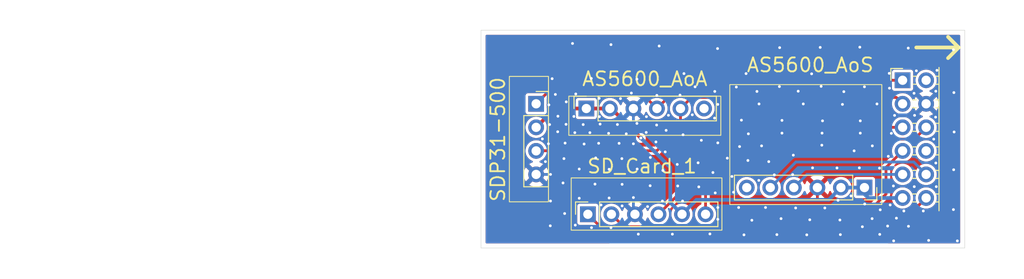
<source format=kicad_pcb>
(kicad_pcb (version 20241229) (generator "pcbnew") (generator_version "9.0")
  (layers (0 "F.Cu" signal) (2 "B.Cu" signal) (13 "F.Paste" user) (15 "B.Paste" user) (5 "F.SilkS" user "F.Silkscreen") (7 "B.SilkS" user "B.Silkscreen") (1 "F.Mask" user) (3 "B.Mask" user) (25 "Edge.Cuts" user))
  (net 0 "")
  (net 1 "/SCL_AS1")
  (net 2 "/SDA_AS1")
  (net 3 "/SDA_AS0")
  (net 4 "/3V3_AS0")
  (net 5 "/DC_GND")
  (net 6 "/SCL_AS0")
  (net 7 "/MOSI_SD1")
  (net 8 "/CS_SD1")
  (net 9 "/CLK_SD1")
  (net 10 "/MISO_SD1")
  (footprint "Connector_PinHeader_2.54mm:PinHeader_2x06_P2.54mm_Horizontal" (layer "F.Cu") (at 174.19 89.77)
    (property "Reference" "J5" (hide yes))
    (property "Value" "Conn_01x12_Socket" (hide yes))
    (fp_line (start -1.27 -1.27) (end 0 -1.27) (stroke (width 0.12)) (layer "F.SilkS"))
    (fp_line (start -1.27 0) (end -1.27 -1.27) (stroke (width 0.12)) (layer "F.SilkS"))
    (fp_line (start 1.077358 2.11) (end 1.462642 2.11) (stroke (width 0.12)) (layer "F.SilkS"))
    (fp_line (start 1.077358 2.97) (end 1.462642 2.97) (stroke (width 0.12)) (layer "F.SilkS"))
    (fp_line (start 1.077358 4.65) (end 1.462642 4.65) (stroke (width 0.12)) (layer "F.SilkS"))
    (fp_line (start 1.077358 5.51) (end 1.462642 5.51) (stroke (width 0.12)) (layer "F.SilkS"))
    (fp_line (start 1.077358 7.19) (end 1.462642 7.19) (stroke (width 0.12)) (layer "F.SilkS"))
    (fp_line (start 1.077358 8.05) (end 1.462642 8.05) (stroke (width 0.12)) (layer "F.SilkS"))
    (fp_line (start 1.077358 9.73) (end 1.462642 9.73) (stroke (width 0.12)) (layer "F.SilkS"))
    (fp_line (start 1.077358 10.59) (end 1.462642 10.59) (stroke (width 0.12)) (layer "F.SilkS"))
    (fp_line (start 1.077358 12.27) (end 1.462642 12.27) (stroke (width 0.12)) (layer "F.SilkS"))
    (fp_line (start 1.077358 13.13) (end 1.462642 13.13) (stroke (width 0.12)) (layer "F.SilkS"))
    (fp_line (start 1.16 -0.43) (end 1.462642 -0.43) (stroke (width 0.12)) (layer "F.SilkS"))
    (fp_line (start 1.16 0.43) (end 1.462642 0.43) (stroke (width 0.12)) (layer "F.SilkS"))
    (fp_line (start 3.617358 -0.43) (end 3.93 -0.43) (stroke (width 0.12)) (layer "F.SilkS"))
    (fp_line (start 3.617358 0.43) (end 3.93 0.43) (stroke (width 0.12)) (layer "F.SilkS"))
    (fp_line (start 3.617358 2.11) (end 3.93 2.11) (stroke (width 0.12)) (layer "F.SilkS"))
    (fp_line (start 3.617358 2.97) (end 3.93 2.97) (stroke (width 0.12)) (layer "F.SilkS"))
    (fp_line (start 3.617358 4.65) (end 3.93 4.65) (stroke (width 0.12)) (layer "F.SilkS"))
    (fp_line (start 3.617358 5.51) (end 3.93 5.51) (stroke (width 0.12)) (layer "F.SilkS"))
    (fp_line (start 3.617358 7.19) (end 3.93 7.19) (stroke (width 0.12)) (layer "F.SilkS"))
    (fp_line (start 3.617358 8.05) (end 3.93 8.05) (stroke (width 0.12)) (layer "F.SilkS"))
    (fp_line (start 3.617358 9.73) (end 3.93 9.73) (stroke (width 0.12)) (layer "F.SilkS"))
    (fp_line (start 3.617358 10.59) (end 3.93 10.59) (stroke (width 0.12)) (layer "F.SilkS"))
    (fp_line (start 3.617358 12.27) (end 3.93 12.27) (stroke (width 0.12)) (layer "F.SilkS"))
    (fp_line (start 3.617358 13.13) (end 3.93 13.13) (stroke (width 0.12)) (layer "F.SilkS"))
    (fp_line (start 3.93 -1.38) (end 3.93 14.08) (stroke (width 0.12)) (layer "F.SilkS"))
    (pad "1" thru_hole rect (at 0 0) (size 1.7 1.7) (drill 1) (layers "*.Cu" "*.Mask") (net 1 "/SCL_AS1"))
    (pad "2" thru_hole circle (at 2.54 0) (size 1.7 1.7) (drill 1) (layers "*.Cu" "*.Mask"))
    (pad "3" thru_hole circle (at 0 2.54) (size 1.7 1.7) (drill 1) (layers "*.Cu" "*.Mask") (net 2 "/SDA_AS1"))
    (pad "4" thru_hole circle (at 2.54 2.54) (size 1.7 1.7) (drill 1) (layers "*.Cu" "*.Mask") (net 5 "/DC_GND"))
    (pad "5" thru_hole circle (at 0 5.08) (size 1.7 1.7) (drill 1) (layers "*.Cu" "*.Mask") (net 9 "/CLK_SD1"))
    (pad "6" thru_hole circle (at 2.54 5.08) (size 1.7 1.7) (drill 1) (layers "*.Cu" "*.Mask") (net 10 "/MISO_SD1"))
    (pad "7" thru_hole circle (at 0 7.62) (size 1.7 1.7) (drill 1) (layers "*.Cu" "*.Mask") (net 7 "/MOSI_SD1"))
    (pad "8" thru_hole circle (at 2.54 7.62) (size 1.7 1.7) (drill 1) (layers "*.Cu" "*.Mask"))
    (pad "9" thru_hole circle (at 0 10.16) (size 1.7 1.7) (drill 1) (layers "*.Cu" "*.Mask") (net 6 "/SCL_AS0"))
    (pad "10" thru_hole circle (at 2.54 10.16) (size 1.7 1.7) (drill 1) (layers "*.Cu" "*.Mask") (net 3 "/SDA_AS0"))
    (pad "11" thru_hole circle (at 0 12.7) (size 1.7 1.7) (drill 1) (layers "*.Cu" "*.Mask") (net 4 "/3V3_AS0"))
    (pad "12" thru_hole circle (at 2.54 12.7) (size 1.7 1.7) (drill 1) (layers "*.Cu" "*.Mask") (net 8 "/CS_SD1"))
  )
  (footprint "Connector_PinSocket_2.54mm:PinSocket_1x04_P2.54mm_Vertical" (layer "F.Cu") (at 134.65 92.31)
    (property "Reference" "J1" (hide yes))
    (property "Value" "SDP31-500" (hide yes))
    (fp_line (start -1.33 1.27) (end -1.33 8.95) (stroke (width 0.12)) (layer "F.SilkS"))
    (fp_line (start -1.33 1.27) (end 1.33 1.27) (stroke (width 0.12)) (layer "F.SilkS"))
    (fp_line (start -1.33 8.95) (end 1.33 8.95) (stroke (width 0.12)) (layer "F.SilkS"))
    (fp_line (start 0 -1.33) (end 1.33 -1.33) (stroke (width 0.12)) (layer "F.SilkS"))
    (fp_line (start 1.33 -1.33) (end 1.33 0) (stroke (width 0.12)) (layer "F.SilkS"))
    (fp_line (start 1.33 1.27) (end 1.33 8.95) (stroke (width 0.12)) (layer "F.SilkS"))
    (pad "1" thru_hole rect (at 0 0) (size 1.7 1.7) (drill 1) (layers "*.Cu" "*.Mask") (net 1 "/SCL_AS1"))
    (pad "2" thru_hole circle (at 0 2.54) (size 1.7 1.7) (drill 1) (layers "*.Cu" "*.Mask") (net 4 "/3V3_AS0"))
    (pad "3" thru_hole circle (at 0 5.08) (size 1.7 1.7) (drill 1) (layers "*.Cu" "*.Mask") (net 2 "/SDA_AS1"))
    (pad "4" thru_hole circle (at 0 7.62) (size 1.7 1.7) (drill 1) (layers "*.Cu" "*.Mask") (net 5 "/DC_GND"))
  )
  (footprint "Connector_PinSocket_2.54mm:PinSocket_1x06_P2.54mm_Vertical" (layer "F.Cu") (at 140.065 92.82 90)
    (property "Reference" "J2" (hide yes))
    (property "Value" "AS5600_1" (hide yes))
    (fp_line (start 1.33 -1.33) (end 1.33 0) (stroke (width 0.12)) (layer "F.SilkS"))
    (fp_line (start 0 -1.33) (end 1.33 -1.33) (stroke (width 0.12)) (layer "F.SilkS"))
    (fp_line (start 1.33 1.27) (end 1.33 14.03) (stroke (width 0.12)) (layer "F.SilkS"))
    (fp_line (start -1.33 1.27) (end 1.33 1.27) (stroke (width 0.12)) (layer "F.SilkS"))
    (fp_line (start -1.33 1.27) (end -1.33 14.03) (stroke (width 0.12)) (layer "F.SilkS"))
    (fp_line (start -1.33 14.03) (end 1.33 14.03) (stroke (width 0.12)) (layer "F.SilkS"))
    (pad "1" thru_hole rect (at 0 0 90) (size 1.7 1.7) (drill 1) (layers "*.Cu" "*.Mask") (net 4 "/3V3_AS0"))
    (pad "2" thru_hole circle (at 0 2.54 90) (size 1.7 1.7) (drill 1) (layers "*.Cu" "*.Mask") (net 4 "/3V3_AS0"))
    (pad "3" thru_hole circle (at 0 5.08 90) (size 1.7 1.7) (drill 1) (layers "*.Cu" "*.Mask") (net 5 "/DC_GND"))
    (pad "4" thru_hole circle (at 0 7.62 90) (size 1.7 1.7) (drill 1) (layers "*.Cu" "*.Mask") (net 1 "/SCL_AS1"))
    (pad "5" thru_hole circle (at 0 10.16 90) (size 1.7 1.7) (drill 1) (layers "*.Cu" "*.Mask") (net 2 "/SDA_AS1"))
    (pad "6" thru_hole circle (at 0 12.7 90) (size 1.7 1.7) (drill 1) (layers "*.Cu" "*.Mask"))
  )
  (footprint "Connector_PinSocket_2.54mm:PinSocket_1x06_P2.54mm_Vertical" (layer "F.Cu") (at 170.075 101.35 -90)
    (property "Reference" "J4" (hide yes))
    (property "Value" "AS5600_0" (hide yes))
    (fp_line (start -1.33 14.03) (end 1.33 14.03) (stroke (width 0.12)) (layer "F.SilkS"))
    (fp_line (start -1.33 1.27) (end -1.33 14.03) (stroke (width 0.12)) (layer "F.SilkS"))
    (fp_line (start -1.33 1.27) (end 1.33 1.27) (stroke (width 0.12)) (layer "F.SilkS"))
    (fp_line (start 1.33 1.27) (end 1.33 14.03) (stroke (width 0.12)) (layer "F.SilkS"))
    (fp_line (start 0 -1.33) (end 1.33 -1.33) (stroke (width 0.12)) (layer "F.SilkS"))
    (fp_line (start 1.33 -1.33) (end 1.33 0) (stroke (width 0.12)) (layer "F.SilkS"))
    (pad "1" thru_hole rect (at 0 0 270) (size 1.7 1.7) (drill 1) (layers "*.Cu" "*.Mask") (net 4 "/3V3_AS0"))
    (pad "2" thru_hole circle (at 0 2.54 270) (size 1.7 1.7) (drill 1) (layers "*.Cu" "*.Mask") (net 4 "/3V3_AS0"))
    (pad "3" thru_hole circle (at 0 5.08 270) (size 1.7 1.7) (drill 1) (layers "*.Cu" "*.Mask") (net 5 "/DC_GND"))
    (pad "4" thru_hole circle (at 0 7.62 270) (size 1.7 1.7) (drill 1) (layers "*.Cu" "*.Mask") (net 6 "/SCL_AS0"))
    (pad "5" thru_hole circle (at 0 10.16 270) (size 1.7 1.7) (drill 1) (layers "*.Cu" "*.Mask") (net 3 "/SDA_AS0"))
    (pad "6" thru_hole circle (at 0 12.7 270) (size 1.7 1.7) (drill 1) (layers "*.Cu" "*.Mask"))
  )
  (footprint "Connector_PinSocket_2.54mm:PinSocket_1x06_P2.54mm_Vertical" (layer "F.Cu") (at 140.23 104.23 90)
    (property "Reference" "J3" (hide yes))
    (property "Value" "SD_1" (hide yes))
    (fp_line (start 1.33 -1.33) (end 1.33 0) (stroke (width 0.12)) (layer "F.SilkS"))
    (fp_line (start 0 -1.33) (end 1.33 -1.33) (stroke (width 0.12)) (layer "F.SilkS"))
    (fp_line (start 1.33 1.27) (end 1.33 14.03) (stroke (width 0.12)) (layer "F.SilkS"))
    (fp_line (start -1.33 1.27) (end 1.33 1.27) (stroke (width 0.12)) (layer "F.SilkS"))
    (fp_line (start -1.33 1.27) (end -1.33 14.03) (stroke (width 0.12)) (layer "F.SilkS"))
    (fp_line (start -1.33 14.03) (end 1.33 14.03) (stroke (width 0.12)) (layer "F.SilkS"))
    (pad "1" thru_hole rect (at 0 0 90) (size 1.7 1.7) (drill 1) (layers "*.Cu" "*.Mask") (net 8 "/CS_SD1"))
    (pad "2" thru_hole circle (at 0 2.54 90) (size 1.7 1.7) (drill 1) (layers "*.Cu" "*.Mask") (net 7 "/MOSI_SD1"))
    (pad "3" thru_hole circle (at 0 5.08 90) (size 1.7 1.7) (drill 1) (layers "*.Cu" "*.Mask") (net 5 "/DC_GND"))
    (pad "4" thru_hole circle (at 0 7.62 90) (size 1.7 1.7) (drill 1) (layers "*.Cu" "*.Mask") (net 9 "/CLK_SD1"))
    (pad "5" thru_hole circle (at 0 10.16 90) (size 1.7 1.7) (drill 1) (layers "*.Cu" "*.Mask") (net 4 "/3V3_AS0"))
    (pad "6" thru_hole circle (at 0 12.7 90) (size 1.7 1.7) (drill 1) (layers "*.Cu" "*.Mask") (net 10 "/MISO_SD1"))
  )
  (gr_rect (start 138.435 100.305) (end 154.695 105.945) (stroke (width 0.1)) (fill no) (layer "F.SilkS"))
  (gr_rect (start 171.945 103.18) (end 155.545 90.24) (stroke (width 0.1)) (fill no) (layer "F.SilkS"))
  (gr_rect (start 131.76 89.355) (end 135.98 102.885) (stroke (width 0.1)) (fill no) (layer "F.SilkS"))
  (gr_rect (start 138.175 91.49) (end 154.575 95.71) (stroke (width 0.1)) (fill no) (layer "F.SilkS"))
  (gr_rect (start 128.7 84.37) (end 180.9 107.87) (stroke (width 0.05)) (fill no) (layer "Edge.Cuts"))
  (gr_text "AS5600_AoA" (at 139.5 90.5 0) (layer "F.SilkS") (effects (font (size 1.5 1.5) (thickness 0.2)) (justify left bottom)))
  (gr_text "→" (at 173.975 89.275 0) (layer "F.SilkS") (effects (font (size 6 6) (thickness 0.4)) (justify left bottom)))
  (gr_text "SD_Card_1" (at 140.05 99.925 0) (layer "F.SilkS") (effects (font (size 1.5 1.5) (thickness 0.2)) (justify left bottom)))
  (gr_text "AS5600_AoS" (at 157.275 89 0) (layer "F.SilkS") (effects (font (size 1.5 1.5) (thickness 0.2)) (justify left bottom)))
  (gr_text "SDP31-500" (at 131.4 103 90) (layer "F.SilkS") (effects (font (size 1.5 1.5) (thickness 0.2)) (justify left bottom)))
  (segment (start 147.685 92.82) (end 150.735 89.77) (width 0.3) (layer "F.Cu") (net 1))
  (segment (start 136.51 90.45) (end 145.315 90.45) (width 0.3) (layer "F.Cu") (net 1))
  (segment (start 134.65 92.31) (end 136.51 90.45) (width 0.3) (layer "F.Cu") (net 1))
  (segment (start 145.315 90.45) (end 147.685 92.82) (width 0.3) (layer "F.Cu") (net 1))
  (segment (start 150.735 89.77) (end 174.19 89.77) (width 0.3) (layer "F.Cu") (net 1))
  (segment (start 147.675 97.375) (end 150.225 94.825) (width 0.3) (layer "F.Cu") (net 2))
  (segment (start 173.499 91.619) (end 174.19 92.31) (width 0.3) (layer "F.Cu") (net 2))
  (segment (start 150.225 92.82) (end 151.426 91.619) (width 0.3) (layer "F.Cu") (net 2))
  (segment (start 134.65 97.39) (end 134.665 97.375) (width 0.3) (layer "F.Cu") (net 2))
  (segment (start 151.426 91.619) (end 173.499 91.619) (width 0.3) (layer "F.Cu") (net 2))
  (segment (start 150.225 94.825) (end 150.225 92.82) (width 0.3) (layer "F.Cu") (net 2))
  (segment (start 134.665 97.375) (end 147.675 97.375) (width 0.3) (layer "F.Cu") (net 2))
  (segment (start 159.915 101.35) (end 162.674 98.591) (width 0.3) (layer "B.Cu") (net 3))
  (segment (start 175.391 98.591) (end 176.73 99.93) (width 0.3) (layer "B.Cu") (net 3))
  (segment (start 162.674 98.591) (end 175.391 98.591) (width 0.3) (layer "B.Cu") (net 3))
  (segment (start 134.65 94.85) (end 136.68 92.82) (width 0.4) (layer "F.Cu") (net 4))
  (segment (start 145.95 96) (end 142.77 92.82) (width 0.4) (layer "F.Cu") (net 4))
  (segment (start 136.68 92.82) (end 140.065 92.82) (width 0.4) (layer "F.Cu") (net 4))
  (segment (start 142.77 92.82) (end 142.605 92.82) (width 0.4) (layer "F.Cu") (net 4))
  (segment (start 140.065 92.82) (end 142.605 92.82) (width 0.4) (layer "F.Cu") (net 4))
  (via (at 145.95 96) (size 0.45) (drill 0.3) (layers "F.Cu" "B.Cu") (net 4))
  (segment (start 166.21 102.675) (end 167.535 101.35) (width 0.4) (layer "B.Cu") (net 4))
  (segment (start 145.95 96) (end 149.125 99.175) (width 0.4) (layer "B.Cu") (net 4))
  (segment (start 167.535 101.35) (end 170.075 101.35) (width 0.4) (layer "B.Cu") (net 4))
  (segment (start 151.945 102.675) (end 166.21 102.675) (width 0.4) (layer "B.Cu") (net 4))
  (segment (start 170.075 101.35) (end 170.075 102.05) (width 0.4) (layer "B.Cu") (net 4))
  (segment (start 149.125 102.965) (end 150.39 104.23) (width 0.4) (layer "B.Cu") (net 4))
  (segment (start 170.075 102.05) (end 170.5 102.475) (width 0.4) (layer "B.Cu") (net 4))
  (segment (start 174.185 102.475) (end 174.19 102.47) (width 0.4) (layer "B.Cu") (net 4))
  (segment (start 170.5 102.475) (end 174.185 102.475) (width 0.4) (layer "B.Cu") (net 4))
  (segment (start 150.39 104.23) (end 151.945 102.675) (width 0.4) (layer "B.Cu") (net 4))
  (segment (start 149.125 99.175) (end 149.125 102.965) (width 0.4) (layer "B.Cu") (net 4))
  (segment (start 167.11 99.235) (end 164.995 101.35) (width 0.4) (layer "F.Cu") (net 5))
  (segment (start 164.175 104.825) (end 164.995 104.005) (width 0.3) (layer "F.Cu") (net 5))
  (segment (start 164.995 104.005) (end 164.995 101.35) (width 0.3) (layer "F.Cu") (net 5))
  (segment (start 168.96 97.385) (end 167.11 99.235) (width 0.4) (layer "F.Cu") (net 5))
  (via (at 157.5 98.425) (size 0.45) (drill 0.3) (layers "F.Cu" "B.Cu") (net 5))
  (via (at 167.475 106.425) (size 0.45) (drill 0.3) (layers "F.Cu" "B.Cu") (net 5))
  (via (at 155.775 100.15) (size 0.45) (drill 0.3) (layers "F.Cu" "B.Cu") (net 5))
  (via (at 172.85 103.225) (size 0.45) (drill 0.3) (layers "F.Cu" "B.Cu") (net 5))
  (via (at 150.45 102.8) (size 0.45) (drill 0.3) (layers "F.Cu" "B.Cu") (net 5))
  (via (at 142.525 102.475) (size 0.45) (drill 0.3) (layers "F.Cu" "B.Cu") (net 5))
  (via (at 160.9 90.45) (size 0.45) (drill 0.3) (layers "F.Cu" "B.Cu") (net 5))
  (via (at 169.575 86.2) (size 0.45) (drill 0.3) (layers "F.Cu" "B.Cu") (net 5))
  (via (at 143.6 96.575) (size 0.45) (drill 0.3) (layers "F.Cu" "B.Cu") (net 5))
  (via (at 153.925 90.975) (size 0.45) (drill 0.3) (layers "F.Cu" "B.Cu") (net 5))
  (via (at 146.675 103.4) (size 0.45) (drill 0.3) (layers "F.Cu" "B.Cu") (net 5))
  (via (at 157.925 104.875) (size 0.45) (drill 0.3) (layers "F.Cu" "B.Cu") (net 5))
  (via (at 138.825 95.425) (size 0.45) (drill 0.3) (layers "F.Cu" "B.Cu") (net 5))
  (via (at 158.675 100.575) (size 0.45) (drill 0.3) (layers "F.Cu" "B.Cu") (net 5))
  (via (at 169.85 105.575) (size 0.45) (drill 0.3) (layers "F.Cu" "B.Cu") (net 5))
  (via (at 149.35 106.375) (size 0.45) (drill 0.3) (layers "F.Cu" "B.Cu") (net 5))
  (via (at 153.4 106.35) (size 0.45) (drill 0.3) (layers "F.Cu" "B.Cu") (net 5))
  (via (at 152.2 101.275) (size 0.45) (drill 0.3) (layers "F.Cu" "B.Cu") (net 5))
  (via (at 167.11 99.235) (size 0.45) (drill 0.3) (layers "F.Cu" "B.Cu") (net 5))
  (via (at 144.925 91.15) (size 0.45) (drill 0.3) (layers "F.Cu" "B.Cu") (net 5))
  (via (at 137.875 94.525) (size 0.45) (drill 0.3) (layers "F.Cu" "B.Cu") (net 5))
  (via (at 160.35 99.975) (size 0.45) (drill 0.3) (layers "F.Cu" "B.Cu") (net 5))
  (via (at 146.95 101.15) (size 0.45) (drill 0.3) (layers "F.Cu" "B.Cu") (net 5))
  (via (at 154.225 86.35) (size 0.45) (drill 0.3) (layers "F.Cu" "B.Cu") (net 5))
  (via (at 135.975 96.625) (size 0.45) (drill 0.3) (layers "F.Cu" "B.Cu") (net 5))
  (via (at 179.725 91.1) (size 0.45) (drill 0.3) (layers "F.Cu" "B.Cu") (net 5))
  (via (at 161.175 94.1) (size 0.45) (drill 0.3) (layers "F.Cu" "B.Cu") (net 5))
  (via (at 139.3 99.35) (size 0.45) (drill 0.3) (layers "F.Cu" "B.Cu") (net 5))
  (via (at 137.775 96.55) (size 0.45) (drill 0.3) (layers "F.Cu" "B.Cu") (net 5))
  (via (at 159.75 98.55) (size 0.45) (drill 0.3) (layers "F.Cu" "B.Cu") (net 5))
  (via (at 145.525 89.65) (size 0.45) (drill 0.3) (layers "F.Cu" "B.Cu") (net 5))
  (via (at 139.725 94.55) (size 0.45) (drill 0.3) (layers "F.Cu" "B.Cu") (net 5))
  (via (at 173.2 101.175) (size 0.45) (drill 0.3) (layers "F.Cu" "B.Cu") (net 5))
  (via (at 137.725 104.15) (size 0.45) (drill 0.3) (layers "F.Cu" "B.Cu") (net 5))
  (via (at 141 100.975) (size 0.45) (drill 0.3) (layers "F.Cu" "B.Cu") (net 5))
  (via (at 154.25 96.525) (size 0.45) (drill 0.3) (layers "F.Cu" "B.Cu") (net 5))
  (via (at 153.725 99.725) (size 0.45) (drill 0.3) (layers "F.Cu" "B.Cu") (net 5))
  (via (at 136.2 102.8) (size 0.45) (drill 0.3) (layers "F.Cu" "B.Cu") (net 5))
  (via (at 137.55 100.85) (size 0.45) (drill 0.3) (layers "F.Cu" "B.Cu") (net 5))
  (via (at 164.175 104.825) (size 0.45) (drill 0.3) (layers "F.Cu" "B.Cu") (net 5))
  (via (at 138.575 85.8) (size 0.45) (drill 0.3) (layers "F.Cu" "B.Cu") (net 5))
  (via (at 139.825 96.65) (size 0.45) (drill 0.3) (layers "F.Cu" "B.Cu") (net 5))
  (via (at 170.1 103.125) (size 0.45) (drill 0.3) (layers "F.Cu" "B.Cu") (net 5))
  (via (at 136.1 94.55) (size 0.45) (drill 0.3) (layers "F.Cu" "B.Cu") (net 5))
  (via (at 172.775 90.625) (size 0.45) (drill 0.3) (layers "F.Cu" "B.Cu") (net 5))
  (via (at 163.475 92.325) (size 0.45) (drill 0.3) (layers "F.Cu" "B.Cu") (net 5))
  (via (at 171.425 92.325) (size 0.45) (drill 0.3) (layers "F.Cu" "B.Cu") (net 5))
  (via (at 142.725 105.675) (size 0.45) (drill 0.3) (layers "F.Cu" "B.Cu") (net 5))
  (via (at 148.675 95.175) (size 0.45) (drill 0.3) (layers "F.Cu" "B.Cu") (net 5))
  (via (at 142.725 85.925) (size 0.45) (drill 0.3) (layers "F.Cu" "B.Cu") (net 5))
  (via (at 155.95 101.85) (size 0.45) (drill 0.3) (layers "F.Cu" "B.Cu") (net 5))
  (via (at 175.45 101.25) (size 0.45) (drill 0.3) (layers "F.Cu" "B.Cu") (net 5))
  (via (at 138.875 105.4) (size 0.45) (drill 0.3) (layers "F.Cu" "B.Cu") (net 5))
  (via (at 136.725 91.3) (size 0.45) (drill 0.3) (layers "F.Cu" "B.Cu") (net 5))
  (via (at 149.925 101.175) (size 0.45) (drill 0.3) (layers "F.Cu" "B.Cu") (net 5))
  (via (at 168.625 102.25) (size 0.45) (drill 0.3) (layers "F.Cu" "B.Cu") (net 5))
  (via (at 179.7 99.425) (size 0.45) (drill 0.3) (layers "F.Cu" "B.Cu") (net 5))
  (via (at 177.775 98.7) (size 0.45) (drill 0.3) (layers "F.Cu" "B.Cu") (net 5))
  (via (at 175.4825 93.5575) (size 0.45) (drill 0.3) (layers "F.Cu" "B.Cu") (net 5))
  (via (at 143.9 98.225) (size 0.45) (drill 0.3) (layers "F.Cu" "B.Cu") (net 5))
  (via (at 175.425 91.175) (size 0.45) (drill 0.3) (layers "F.Cu" "B.Cu") (net 5))
  (via (at 158.975 96.85) (size 0.45) (drill 0.3) (layers "F.Cu" "B.Cu") (net 5))
  (via (at 161.075 104.7) (size 0.45) (drill 0.3) (layers "F.Cu" "B.Cu") (net 5))
  (via (at 143.925 101) (size 0.45) (drill 0.3) (layers "F.Cu" "B.Cu") (net 5))
  (via (at 160.625 106.425) (size 0.45) (drill 0.3) (layers "F.Cu" "B.Cu") (net 5))
  (via (at 142.525 99.375) (size 0.45) (drill 0.3) (layers "F.Cu" "B.Cu") (net 5))
  (via (at 150.175 91.375) (size 0.45) (drill 0.3) (layers "F.Cu" "B.Cu") (net 5))
  (via (at 175.675 88.75) (size 0.45) (drill 0.3) (layers "F.Cu" "B.Cu") (net 5))
  (via (at 150.6 89.05) (size 0.45) (drill 0.3) (layers "F.Cu" "B.Cu") (net 5))
  (via (at 167.85 91) (size 0.45) (drill 0.3) (layers "F.Cu" "B.Cu") (net 5))
  (via (at 158.7 92.325) (size 0.45) (drill 0.3) (layers "F.Cu" "B.Cu") (net 5))
  (via (at 172.975 95.5) (size 0.45) (drill 0.3) (layers "F.Cu" "B.Cu") (net 5))
  (via (at 135.325 96.1) (size 0.45) (drill 0.3) (layers "F.Cu" "B.Cu") (net 5))
  (via (at 143.75 91.75) (size 0.45) (drill 0.3) (layers "F.Cu" "B.Cu") (net 5))
  (via (at 143.925 103.325) (size 0.45) (drill 0.3) (layers "F.Cu" "B.Cu") (net 5))
  (via (at 149.875 98.85) (size 0.45) (drill 0.3) (layers "F.Cu" "B.Cu") (net 5))
  (via (at 146.975 98.1) (size 0.45) (drill 0.3) (layers "F.Cu" "B.Cu") (net 5))
  (via (at 136.025 92.425) (size 0.45) (drill 0.3) (layers "F.Cu" "B.Cu") (net 5))
  (via (at 144.375 95.55) (size 0.45) (drill 0.3) (layers "F.Cu" "B.Cu") (net 5))
  (via (at 147.575 96.425) (size 0.45) (drill 0.3) (layers "F.Cu" "B.Cu") (net 5))
  (via (at 165.4 90.425) (size 0.45) (drill 0.3) (layers "F.Cu" "B.Cu") (net 5))
  (via (at 168.96 97.385) (size 0.45) (drill 0.3) (layers "F.Cu" "B.Cu") (net 5))
  (via (at 136.975 95.325) (size 0.45) (drill 0.3) (layers "F.Cu" "B.Cu") (net 5))
  (via (at 146.525 95.4) (size 0.45) (drill 0.3) (layers "F.Cu" "B.Cu") (net 5))
  (via (at 140.6 89.575) (size 0.45) (drill 0.3) (layers "F.Cu" "B.Cu") (net 5))
  (via (at 141.075 98.15) (size 0.45) (drill 0.3) (layers "F.Cu" "B.Cu") (net 5))
  (via (at 177.55 96.125) (size 0.45) (drill 0.3) (layers "F.Cu" "B.Cu") (net 5))
  (via (at 145.525 94.425) (size 0.45) (drill 0.3) (layers "F.Cu" "B.Cu") (net 5))
  (via (at 135.65 98.55) (size 0.45) (drill 0.3) (layers "F.Cu" "B.Cu") (net 5))
  (via (at 170.075 90.475) (size 0.45) (drill 0.3) (layers "F.Cu" "B.Cu") (net 5))
  (via (at 141.395 96.57) (size 0.45) (drill 0.3) (layers "F.Cu" "B.Cu") (net 5))
  (via (at 153.975 101.925) (size 0.45) (drill 0.3) (layers "F.Cu" "B.Cu") (net 5))
  (via (at 157.55 95.55) (size 0.45) (drill 0.3) (layers "F.Cu" "B.Cu") (net 5))
  (via (at 138.925 91.25) (size 0.45) (drill 0.3) (layers "F.Cu" "B.Cu") (net 5))
  (via (at 156.6 96.925) (size 0.45) (drill 0.3) (layers "F.Cu" "B.Cu") (net 5))
  (via (at 150.5 95.65) (size 0.45) (drill 0.3) (layers "F.Cu" "B.Cu") (net 5))
  (via (at 140.625 105.675) (size 0.45) (drill 0.3) (layers "F.Cu" "B.Cu") (net 5))
  (via (at 138.725 93.675) (size 0.45) (drill 0.3) (layers "F.Cu" "B.Cu") (net 5))
  (via (at 139.3 102.5) (size 0.45) (drill 0.3) (layers "F.Cu" "B.Cu") (net 5))
  (via (at 167.425 104.85) (size 0.45) (drill 0.3) (layers "F.Cu" "B.Cu") (net 5))
  (via (at 152.125 98.675) (size 0.45) (drill 0.3) (layers "F.Cu" "B.Cu") (net 5))
  (via (at 141.475 93.7) (size 0.45) (drill 0.3) (layers "F.Cu" "B.Cu") (net 5))
  (via (at 172.65 97.975) (size 0.45) (drill 0.3) (layers "F.Cu" "B.Cu") (net 5))
  (via (at 179.675 86.475) (size 0.45) (drill 0.3) (layers "F.Cu" "B.Cu") (net 5))
  (via (at 148.575 97.5) (size 0.45) (drill 0.3) (layers "F.Cu" "B.Cu") (net 5))
  (via (at 174.325 103.875) (size 0.45) (drill 0.3) (layers "F.Cu" "B.Cu") (net 5))
  (via (at 148.925 93.55) (size 0.45) (drill 0.3) (layers "F.Cu" "B.Cu") (net 5))
  (via (at 151.8 90.475) (size 0.45) (drill 0.3) (layers "F.Cu" "B.Cu") (net 5))
  (via (at 164.375 89.075) (size 0.45) (drill 0.3) (layers "F.Cu" "B.Cu") (net 5))
  (via (at 165.475 96.775) (size 0.45) (drill 0.3) (layers "F.Cu" "B.Cu") (net 5))
  (via (at 141.55 94.5) (size 0.45) (drill 0.3) (layers "F.Cu" "B.Cu") (net 5))
  (via (at 170.9 104.7) (size 0.45) (drill 0.3) (layers "F.Cu" "B.Cu") (net 5))
  (via (at 179.75 95.35) (size 0.45) (drill 0.3) (layers "F.Cu" "B.Cu") (net 5))
  (via (at 145.145 102.425) (size 0.45) (drill 0.3) (layers "F.Cu" "B.Cu") (net 5))
  (via (at 171.7 99.25) (size 0.45) (drill 0.3) (layers "F.Cu" "B.Cu") (net 5))
  (via (at 179.675 103.725) (size 0.45) (drill 0.3) (layers "F.Cu" "B.Cu") (net 5))
  (via (at 154.25 92.375) (size 0.45) (drill 0.3) (layers "F.Cu" "B.Cu") (net 5))
  (via (at 136.375 89.6) (size 0.45) (drill 0.3) (layers "F.Cu" "B.Cu") (net 5))
  (via (at 159.4 103.5) (size 0.45) (drill 0.3) (layers "F.Cu" "B.Cu") (net 5))
  (via (at 141.65 103.225) (size 0.45) (drill 0.3) (layers "F.Cu" "B.Cu") (net 5))
  (via (at 170.925 96.85) (size 0.45) (drill 0.3) (layers "F.Cu" "B.Cu") (net 5))
  (via (at 173.525 104.65) (size 0.45) (drill 0.3) (layers "F.Cu" "B.Cu") (net 5))
  (via (at 180.1 107.1) (size 0.45) (drill 0.3) (layers "F.Cu" "B.Cu") (net 5))
  (via (at 176.425 103.875) (size 0.45) (drill 0.3) (layers "F.Cu" "B.Cu") (net 5))
  (via (at 165.55 94.15) (size 0.45) (drill 0.3) (layers "F.Cu" "B.Cu") (net 5))
  (via (at 167.7 92.375) (size 0.45) (drill 0.3) (layers "F.Cu" "B.Cu") (net 5))
  (via (at 137 93.65) (size 0.45) (drill 0.3) (layers "F.Cu" "B.Cu") (net 5))
  (via (at 171.725 106.4) (size 0.45) (drill 0.3) (layers "F.Cu" "B.Cu") (net 5))
  (via (at 169.625 95.475) (size 0.45) (drill 0.3) (layers "F.Cu" "B.Cu") (net 5))
  (via (at 161.175 95.475) (size 0.45) (drill 0.3) (layers "F.Cu" "B.Cu") (net 5))
  (via (at 158.475 90.975) (size 0.45) (drill 0.3) (layers "F.Cu" "B.Cu") (net 5))
  (via (at 147.675 91.4) (size 0.45) (drill 0.3) (layers "F.Cu" "B.Cu") (net 5))
  (via (at 153.9 93.85) (size 0.45) (drill 0.3) (layers "F.Cu" "B.Cu") (net 5))
  (via (at 148.275 102.8) (size 0.45) (drill 0.3) (layers "F.Cu" "B.Cu") (net 5))
  (via (at 162.925 90.95) (size 0.45) (drill 0.3) (layers "F.Cu" "B.Cu") (net 5))
  (via (at 173.325 93.561) (size 0.45) (drill 0.3) (layers "F.Cu" "B.Cu") (net 5))
  (via (at 154.25 104.775) (size 0.45) (drill 0.3) (layers "F.Cu" "B.Cu") (net 5))
  (via (at 136.2 99.93) (size 0.45) (drill 0.3) (layers "F.Cu" "B.Cu") (net 5))
  (via (at 143.42 94.545) (size 0.45) (drill 0.3) (layers "F.Cu" "B.Cu") (net 5))
  (via (at 156.8 94.075) (size 0.45) (drill 0.3) (layers "F.Cu" "B.Cu") (net 5))
  (via (at 145.145 96.625) (size 0.45) (drill 0.3) (layers "F.Cu" "B.Cu") (net 5))
  (via (at 165.5 95.475) (size 0.45) (drill 0.3) (layers "F.Cu" "B.Cu") (net 5))
  (via (at 137.65 98.225) (size 0.45) (drill 0.3) (layers "F.Cu" "B.Cu") (net 5))
  (via (at 172.575 105.5) (size 0.45) (drill 0.3) (layers "F.Cu" "B.Cu") (net 5))
  (via (at 174.825 105.525) (size 0.45) (drill 0.3) (layers "F.Cu" "B.Cu") (net 5))
  (via (at 172.75 89.025) (size 0.45) (drill 0.3) (layers "F.Cu" "B.Cu") (net 5))
  (via (at 147.925 86.075) (size 0.45) (drill 0.3) (layers "F.Cu" "B.Cu") (net 5))
  (via (at 163.85 106.45) (size 0.45) (drill 0.3) (layers "F.Cu" "B.Cu") (net 5))
  (via (at 151.5 93.5) (size 0.45) (drill 0.3) (layers "F.Cu" "B.Cu") (net 5))
  (via (at 169.625 94.15) (size 0.45) (drill 0.3) (layers "F.Cu" "B.Cu") (net 5))
  (via (at 177.9 88.7) (size 0.45) (drill 0.3) (layers "F.Cu" "B.Cu") (net 5))
  (via (at 152.475 96.25) (size 0.45) (drill 0.3) (layers "F.Cu" "B.Cu") (net 5))
  (via (at 155.275 98.175) (size 0.45) (drill 0.3) (layers "F.Cu" "B.Cu") (net 5))
  (via (at 141.45 91.725) (size 0.45) (drill 0.3) (layers "F.Cu" "B.Cu") (net 5))
  (via (at 148.325 99.5) (size 0.45) (drill 0.3) (layers "F.Cu" "B.Cu") (net 5))
  (via (at 177 107.05) (size 0.45) (drill 0.3) (layers "F.Cu" "B.Cu") (net 5))
  (via (at 145.675 106.375) (size 0.45) (drill 0.3) (layers "F.Cu" "B.Cu") (net 5))
  (via (at 145.55 99.35) (size 0.45) (drill 0.3) (layers "F.Cu" "B.Cu") (net 5))
  (via (at 165.8 103.55) (size 0.45) (drill 0.3) (layers "F.Cu" "B.Cu") (net 5))
  (via (at 177.825 101.25) (size 0.45) (drill 0.3) (layers "F.Cu" "B.Cu") (net 5))
  (via (at 173.225 107.1) (size 0.45) (drill 0.3) (layers "F.Cu" "B.Cu") (net 5))
  (via (at 160.925 86.25) (size 0.45) (drill 0.3) (layers "F.Cu" "B.Cu") (net 5))
  (via (at 171.775 103.75) (size 0.45) (drill 0.3) (layers "F.Cu" "B.Cu") (net 5))
  (via (at 154.25 103.5) (size 0.45) (drill 0.3) (layers "F.Cu" "B.Cu") (net 5))
  (via (at 136.175 105.475) (size 0.45) (drill 0.3) (layers "F.Cu" "B.Cu") (net 5))
  (via (at 142.47 95.495) (size 0.45) (drill 0.3) (layers "F.Cu" "B.Cu") (net 5))
  (via (at 146.55 93.7) (size 0.45) (drill 0.3) (layers "F.Cu" "B.Cu") (net 5))
  (via (at 164.475 99.225) (size 0.45) (drill 0.3) (layers "F.Cu" "B.Cu") (net 5))
  (via (at 162.65 103.55) (size 0.45) (drill 0.3) (layers "F.Cu" "B.Cu") (net 5))
  (via (at 137.9 92.1) (size 0.45) (drill 0.3) (layers "F.Cu" "B.Cu") (net 5))
  (via (at 140.45 95.425) (size 0.45) (drill 0.3) (layers "F.Cu" "B.Cu") (net 5))
  (via (at 174.8 86.3) (size 0.45) (drill 0.3) (layers "F.Cu" "B.Cu") (net 5))
  (via (at 165.3 86.225) (size 0.45) (drill 0.3) (layers "F.Cu" "B.Cu") (net 5))
  (via (at 157.075 106.45) (size 0.45) (drill 0.3) (layers "F.Cu" "B.Cu") (net 5))
  (via (at 169.525 99.225) (size 0.45) (drill 0.3) (layers "F.Cu" "B.Cu") (net 5))
  (via (at 147.65 94.6) (size 0.45) (drill 0.3) (layers "F.Cu" "B.Cu") (net 5))
  (via (at 156.5 103.5) (size 0.45) (drill 0.3) (layers "F.Cu" "B.Cu") (net 5))
  (via (at 162.4 97.85) (size 0.45) (drill 0.3) (layers "F.Cu" "B.Cu") (net 5))
  (via (at 177.75 93.75) (size 0.45) (drill 0.3) (layers "F.Cu" "B.Cu") (net 5))
  (via (at 167.225 102.725) (size 0.45) (drill 0.3) (layers "F.Cu" "B.Cu") (net 5))
  (via (at 162.325 99.95) (size 0.45) (drill 0.3) (layers "F.Cu" "B.Cu") (net 5))
  (via (at 177.775 90.95) (size 0.45) (drill 0.3) (layers "F.Cu" "B.Cu") (net 5))
  (via (at 157.3 89.05) (size 0.45) (drill 0.3) (layers "F.Cu" "B.Cu") (net 5))
  (via (at 156.25 90.5) (size 0.45) (drill 0.3) (layers "F.Cu" "B.Cu") (net 5))
  (segment (start 136.2 99.93) (end 138.035 99.93) (width 0.3) (layer "B.Cu") (net 5))
  (segment (start 143.42 94.545) (end 145.145 92.82) (width 0.3) (layer "B.Cu") (net 5))
  (segment (start 141.395 96.57) (end 142.47 95.495) (width 0.3) (layer "B.Cu") (net 5))
  (segment (start 146.511 105.431) (end 163.569 105.431) (width 0.3) (layer "B.Cu") (net 5))
  (segment (start 175.479 93.561) (end 175.4825 93.5575) (width 0.4) (layer "B.Cu") (net 5))
  (segment (start 134.65 99.93) (end 136.2 99.93) (width 0.3) (layer "B.Cu") (net 5))
  (segment (start 138.035 99.93) (end 141.395 96.57) (width 0.3) (layer "B.Cu") (net 5))
  (segment (start 168.96 97.385) (end 168.99 97.385) (width 0.4) (layer "B.Cu") (net 5))
  (segment (start 163.569 105.431) (end 164.175 104.825) (width 0.3) (layer "B.Cu") (net 5))
  (segment (start 142.47 95.495) (end 143.42 94.545) (width 0.3) (layer "B.Cu") (net 5))
  (segment (start 175.4825 93.5575) (end 176.73 92.31) (width 0.4) (layer "B.Cu") (net 5))
  (segment (start 145.145 104.065) (end 145.31 104.23) (width 0.3) (layer "B.Cu") (net 5))
  (segment (start 145.145 96.625) (end 145.145 102.425) (width 0.3) (layer "B.Cu") (net 5))
  (segment (start 145.145 92.82) (end 145.145 96.625) (width 0.3) (layer "B.Cu") (net 5))
  (segment (start 173.325 93.561) (end 175.479 93.561) (width 0.4) (layer "B.Cu") (net 5))
  (segment (start 145.31 104.23) (end 146.511 105.431) (width 0.3) (layer "B.Cu") (net 5))
  (segment (start 168.99 97.385) (end 172.814 93.561) (width 0.4) (layer "B.Cu") (net 5))
  (segment (start 145.145 102.425) (end 145.145 104.065) (width 0.3) (layer "B.Cu") (net 5))
  (segment (start 172.814 93.561) (end 173.325 93.561) (width 0.4) (layer "B.Cu") (net 5))
  (segment (start 162.455 101.35) (end 163.875 99.93) (width 0.3) (layer "B.Cu") (net 6))
  (segment (start 163.875 99.93) (end 174.19 99.93) (width 0.3) (layer "B.Cu") (net 6))
  (segment (start 172.4 99.18) (end 174.19 97.39) (width 0.3) (layer "F.Cu") (net 7))
  (segment (start 142.77 104.23) (end 144.115 105.575) (width 0.3) (layer "F.Cu") (net 7))
  (segment (start 144.115 105.575) (end 168.875 105.575) (width 0.3) (layer "F.Cu") (net 7))
  (segment (start 172.4 102.05) (end 172.4 99.18) (width 0.3) (layer "F.Cu") (net 7))
  (segment (start 168.875 105.575) (end 172.4 102.05) (width 0.3) (layer "F.Cu") (net 7))
  (segment (start 175.95 103.225) (end 175.975 103.225) (width 0.3) (layer "F.Cu") (net 8))
  (segment (start 175.975 103.225) (end 176.73 102.47) (width 0.3) (layer "F.Cu") (net 8))
  (segment (start 176.71 102.47) (end 176.73 102.47) (width 0.3) (layer "F.Cu") (net 8))
  (segment (start 143.1 107.1) (end 172.075 107.1) (width 0.3) (layer "F.Cu") (net 8))
  (segment (start 172.075 107.1) (end 175.95 103.225) (width 0.3) (layer "F.Cu") (net 8))
  (segment (start 140.23 104.23) (end 143.1 107.1) (width 0.3) (layer "F.Cu") (net 8))
  (segment (start 174.19 94.85) (end 157.23 94.85) (width 0.3) (layer "F.Cu") (net 9))
  (segment (start 157.23 94.85) (end 147.85 104.23) (width 0.3) (layer "F.Cu") (net 9))
  (segment (start 152.93 104.23) (end 152.93 101.845) (width 0.3) (layer "F.Cu") (net 10))
  (segment (start 158.65 96.125) (end 175.455 96.125) (width 0.3) (layer "F.Cu") (net 10))
  (segment (start 152.93 101.845) (end 158.65 96.125) (width 0.3) (layer "F.Cu") (net 10))
  (segment (start 175.455 96.125) (end 176.73 94.85) (width 0.3) (layer "F.Cu") (net 10))
  (zone (net 5) (net_name "/DC_GND") (layers "F.Cu" "B.Cu") (connect_pads (clearance 0.3)) (min_thickness 0.2) (fill yes (thermal_gap 0.5) (thermal_bridge_width 0.5) (island_removal_mode 1) (island_area_min 10))
    (polygon (pts (xy 79.82 83.31) (xy 185.31 81.11) (xy 186.19 111.21) (xy 76.8 110.33)))
  )
)
</source>
